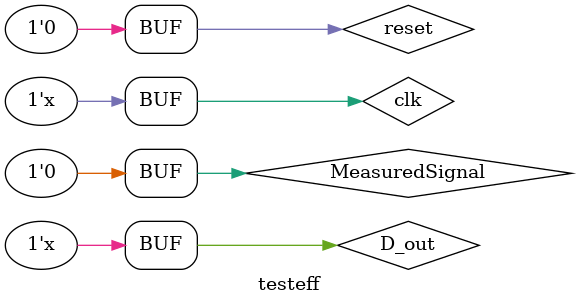
<source format=v>
`timescale 1ns / 1ps


module testeff;

	// Inputs
	reg MeasuredSignal;
	reg clk;
	reg reset;
	reg D_out;
	reg counter_wire;

	// Outputs
	wire [0:7] count;

	// Instantiate the Unit Under Test (UUT)
	testef uut (
		.MeasuredSignal(MeasuredSignal), 
		.clk(clk), 
		.reset(reset), 
		.count(count), 
		.D_out(D_out)
	//	.counter_wire(counter_wire)
	);

	initial begin
		// Initialize Inputs
		MeasuredSignal = 0;
		clk = 0;
		reset = 0;
		D_out = 0;
		//counter_wire = 0;

		// Wait 100 ns for global reset to finish
		#100;
        
		// Add stimulus here
		
		end
		
		always begin
		#20  clk = !clk;
		end
		
		always begin
		#20  D_out = !D_out;
		end
		
		
		
		
		
		


      
endmodule


</source>
